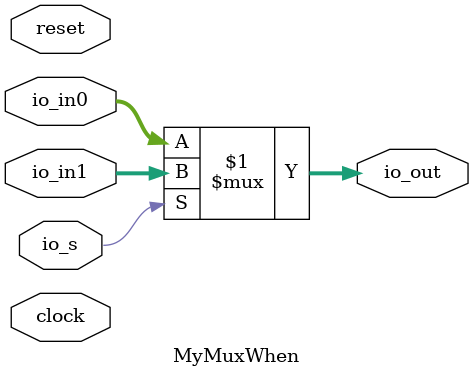
<source format=v>
module MyMuxWhen(
  input        clock,
  input        reset,
  input        io_s,
  input  [7:0] io_in0,
  input  [7:0] io_in1,
  output [7:0] io_out
);
  assign io_out = io_s ? io_in1 : io_in0; // @[myMuxWhen.scala 13:15 14:12 16:12]
endmodule

</source>
